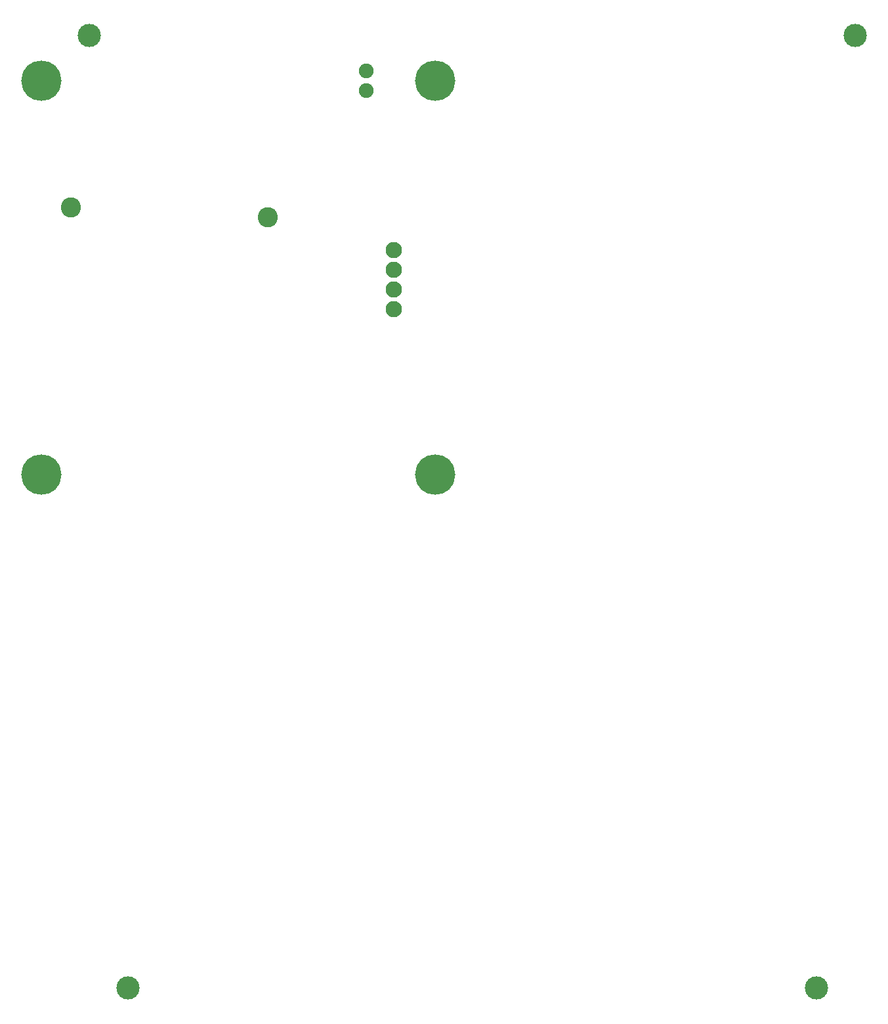
<source format=gbs>
G04 Layer: BottomSolderMaskLayer*
G04 Panelize: V-CUT, Column: 2, Row: 2, Board Size: 58.42mm x 58.42mm, Panelized Board Size: 118.84mm x 118.84mm*
G04 EasyEDA v6.5.32, 2023-07-25 14:04:49*
G04 318043db9db14eaab2a862ada9992c2d,5a6b42c53f6a479593ecc07194224c93,10*
G04 Gerber Generator version 0.2*
G04 Scale: 100 percent, Rotated: No, Reflected: No *
G04 Dimensions in millimeters *
G04 leading zeros omitted , absolute positions ,4 integer and 5 decimal *
%FSLAX45Y45*%
%MOMM*%

%ADD10C,5.2032*%
%ADD11C,2.1016*%
%ADD12C,1.9016*%
%ADD13C,2.6016*%
%ADD14C,3.0000*%

%LPD*%
D10*
G01*
X381000Y5461000D03*
G01*
X5461000Y5461000D03*
G01*
X5461000Y381000D03*
G01*
X381000Y381000D03*
D11*
G01*
X4931206Y3020187D03*
G01*
X4931206Y2766187D03*
G01*
X4931206Y2512187D03*
D12*
G01*
X4572000Y5588000D03*
G01*
X4572000Y5334000D03*
D11*
G01*
X4931206Y3274187D03*
D13*
G01*
X762000Y3822700D03*
G01*
X3302000Y3695700D03*
D14*
G01*
X999997Y6041999D03*
G01*
X10884001Y6041999D03*
G01*
X1499996Y-6241999D03*
G01*
X10384002Y-6241999D03*
M02*

</source>
